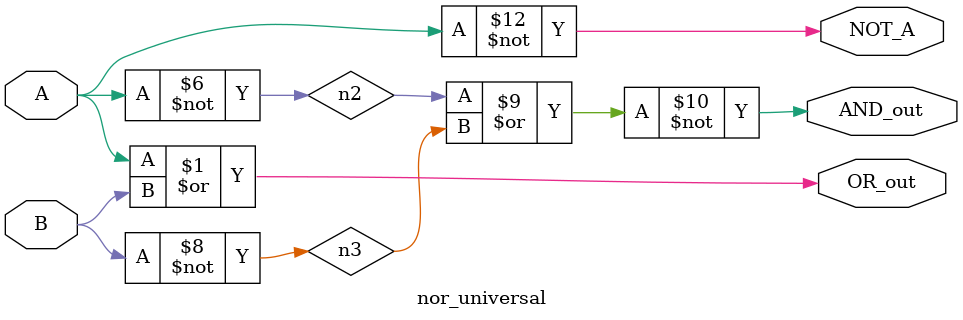
<source format=v>
`timescale 1ns/1ps
module nor_universal(
    input A,
    input B,
    output AND_out,
    output OR_out,
    output NOT_A
);
    wire n1,n2,n3;

    nor (n1, A, B);
    nor (OR_out, n1, n1);

    nor (n2, A, A);
    nor (n3, B, B);
    nor (AND_out, n2, n3);

    nor (NOT_A, A, A);
endmodule

</source>
